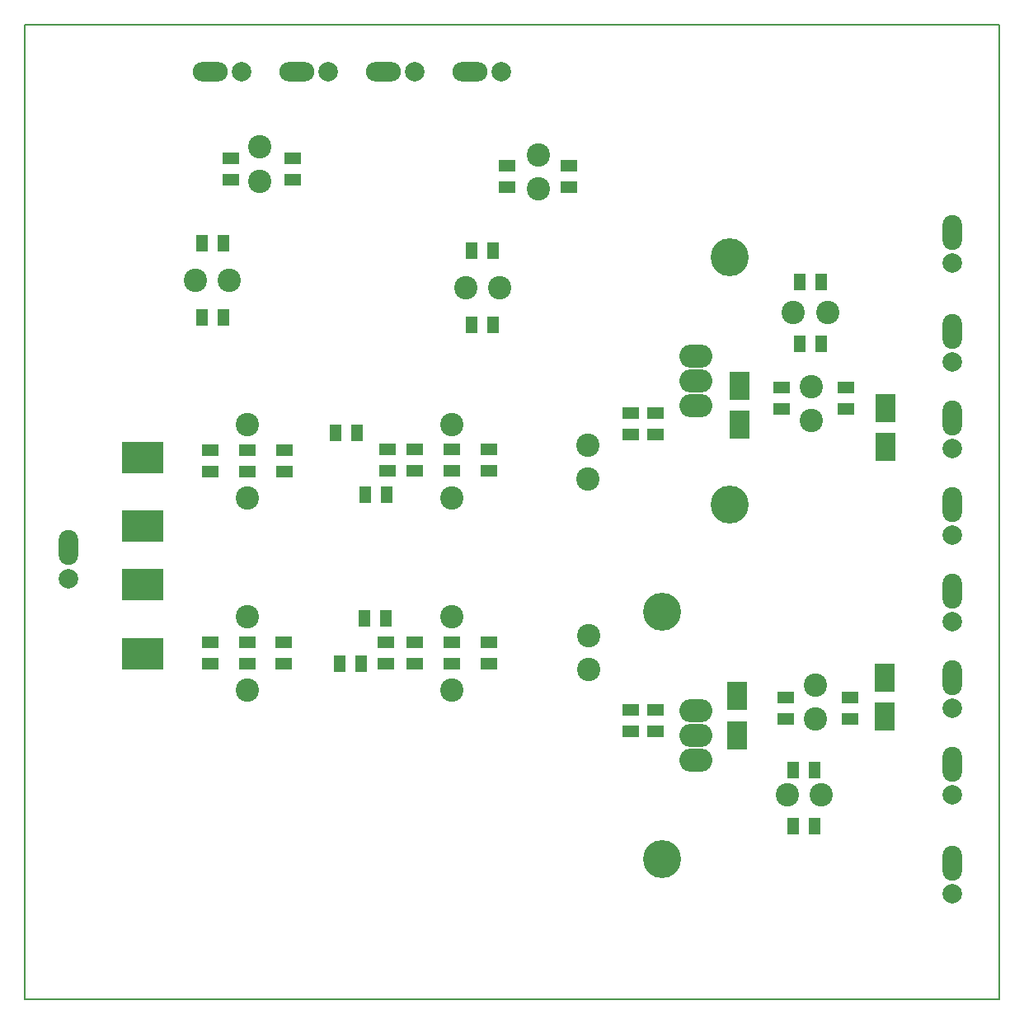
<source format=gbs>
G04 #@! TF.FileFunction,Soldermask,Bot*
%FSLAX46Y46*%
G04 Gerber Fmt 4.6, Leading zero omitted, Abs format (unit mm)*
G04 Created by KiCad (PCBNEW 4.0.1-stable) date 18/01/2016 20:26:33*
%MOMM*%
G01*
G04 APERTURE LIST*
%ADD10C,0.100000*%
%ADD11C,0.150000*%
%ADD12C,2.400000*%
%ADD13R,1.300000X1.700000*%
%ADD14R,1.700000X1.300000*%
%ADD15R,4.200000X3.200000*%
%ADD16C,2.000000*%
%ADD17O,2.000000X3.600000*%
%ADD18O,3.600000X2.000000*%
%ADD19R,2.100000X2.900000*%
%ADD20O,3.400000X2.400000*%
%ADD21C,3.900000*%
G04 APERTURE END LIST*
D10*
D11*
X0Y100000000D02*
X0Y0D01*
X100000000Y100000000D02*
X0Y100000000D01*
X100000000Y0D02*
X100000000Y100000000D01*
X0Y0D02*
X100000000Y0D01*
D12*
X17485261Y73811175D03*
X20985261Y73811175D03*
X45240000Y73025000D03*
X48740000Y73025000D03*
D13*
X18135261Y70001175D03*
X20335261Y70001175D03*
X45890000Y69215000D03*
X48090000Y69215000D03*
D12*
X22860000Y58935000D03*
X22860000Y51435000D03*
X22860000Y39250000D03*
X22860000Y31750000D03*
D13*
X18135261Y77621175D03*
X20335261Y77621175D03*
X45890000Y76835000D03*
X48090000Y76835000D03*
D14*
X19050000Y56345000D03*
X19050000Y54145000D03*
X19050000Y36660000D03*
X19050000Y34460000D03*
X22860000Y56345000D03*
X22860000Y54145000D03*
X22860000Y36660000D03*
X22860000Y34460000D03*
X26670000Y56345000D03*
X26670000Y54145000D03*
X26543000Y36660000D03*
X26543000Y34460000D03*
X37211000Y56472000D03*
X37211000Y54272000D03*
D13*
X34841000Y39116000D03*
X37041000Y39116000D03*
D12*
X43815000Y58935000D03*
X43815000Y51435000D03*
X43815000Y39250000D03*
X43815000Y31750000D03*
D14*
X40005000Y56472000D03*
X40005000Y54272000D03*
X40005000Y36660000D03*
X40005000Y34460000D03*
X43815000Y56472000D03*
X43815000Y54272000D03*
X43815000Y36660000D03*
X43815000Y34460000D03*
X47625000Y56472000D03*
X47625000Y54272000D03*
X47625000Y36660000D03*
X47625000Y34460000D03*
D12*
X78895000Y70485000D03*
X82395000Y70485000D03*
X81760000Y20955000D03*
X78260000Y20955000D03*
D14*
X21140261Y86341175D03*
X21140261Y84141175D03*
X49530000Y85555000D03*
X49530000Y83355000D03*
D13*
X79545000Y67310000D03*
X81745000Y67310000D03*
X81110000Y17780000D03*
X78910000Y17780000D03*
D14*
X27490261Y86341175D03*
X27490261Y84141175D03*
X55880000Y85555000D03*
X55880000Y83355000D03*
D12*
X80746600Y62887800D03*
X80746600Y59387800D03*
X81153000Y32230000D03*
X81153000Y28730000D03*
D14*
X77647800Y62822000D03*
X77647800Y60622000D03*
X78105000Y30945000D03*
X78105000Y28745000D03*
D15*
X12065000Y48520000D03*
X12065000Y55620000D03*
X12065000Y35439000D03*
X12065000Y42539000D03*
D13*
X31920000Y58166000D03*
X34120000Y58166000D03*
X32301000Y34417000D03*
X34501000Y34417000D03*
D16*
X4445000Y43180000D03*
D17*
X4445000Y46355000D03*
D16*
X22225000Y95250000D03*
D18*
X19050000Y95250000D03*
D16*
X31115000Y95250000D03*
D18*
X27940000Y95250000D03*
D16*
X48895000Y95250000D03*
D18*
X45720000Y95250000D03*
D16*
X40005000Y95250000D03*
D18*
X36830000Y95250000D03*
D16*
X95250000Y75565000D03*
D17*
X95250000Y78740000D03*
D16*
X95250000Y10795000D03*
D17*
X95250000Y13970000D03*
D16*
X95250000Y65405000D03*
D17*
X95250000Y68580000D03*
D16*
X95250000Y56515000D03*
D17*
X95250000Y59690000D03*
D16*
X95250000Y47625000D03*
D17*
X95250000Y50800000D03*
D16*
X95250000Y38735000D03*
D17*
X95250000Y41910000D03*
D16*
X95250000Y29845000D03*
D17*
X95250000Y33020000D03*
D16*
X95250000Y20955000D03*
D17*
X95250000Y24130000D03*
D13*
X37168000Y51816000D03*
X34968000Y51816000D03*
D14*
X37084000Y36660000D03*
X37084000Y34460000D03*
D13*
X81745000Y73660000D03*
X79545000Y73660000D03*
X78910000Y23495000D03*
X81110000Y23495000D03*
D19*
X73088500Y27083000D03*
X73088500Y31083000D03*
X73406000Y62960000D03*
X73406000Y58960000D03*
X88392000Y56674000D03*
X88392000Y60674000D03*
X88265000Y28988000D03*
X88265000Y32988000D03*
D20*
X68890000Y66040000D03*
X68890000Y63500000D03*
X68890000Y60960000D03*
D21*
X72390000Y76200000D03*
X72390000Y50800000D03*
D20*
X68890000Y24511000D03*
X68890000Y27051000D03*
X68890000Y29591000D03*
D21*
X65390000Y14351000D03*
X65390000Y39751000D03*
D14*
X62230000Y60155000D03*
X62230000Y57955000D03*
X62230000Y29675000D03*
X62230000Y27475000D03*
X64770000Y60155000D03*
X64770000Y57955000D03*
X64770000Y29675000D03*
X64770000Y27475000D03*
X84328000Y62822000D03*
X84328000Y60622000D03*
X84709000Y30945000D03*
X84709000Y28745000D03*
D12*
X24130000Y87475000D03*
X24130000Y83975000D03*
X52705000Y86685000D03*
X52705000Y83185000D03*
X57785000Y56868000D03*
X57785000Y53368000D03*
X57912000Y37310000D03*
X57912000Y33810000D03*
M02*

</source>
